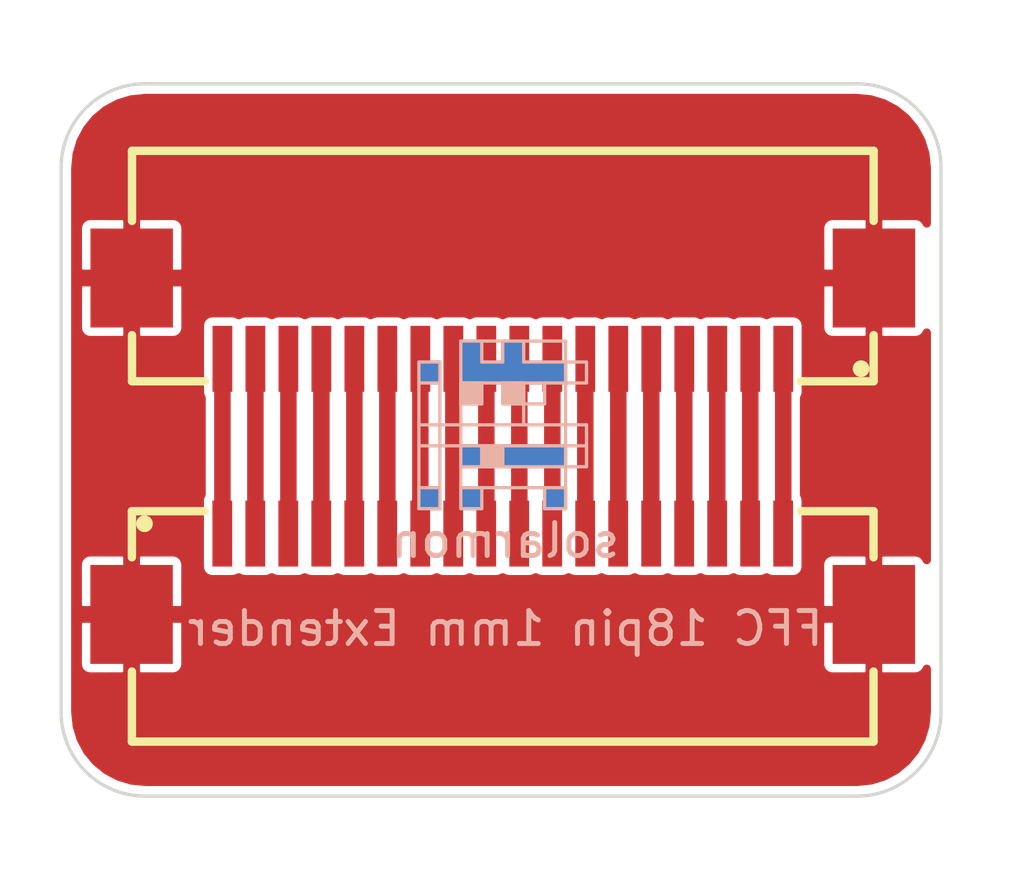
<source format=kicad_pcb>
(kicad_pcb (version 20211014) (generator pcbnew)
  (layers (0 "F.Cu" signal) (31 "B.Cu" signal) (34 "B.Paste" user) (35 "F.Paste" user) (36 "B.SilkS" user "B.Silkscreen") (37 "F.SilkS" user "F.Silkscreen") (38 "B.Mask" user) (39 "F.Mask" user) (44 "Edge.Cuts" user))
  (net 0 "")
  (net 1 "Net-(FFC1-Pad18)")
  (net 2 "Net-(FFC1-Pad17)")
  (net 3 "Net-(FFC1-Pad16)")
  (net 4 "Net-(FFC1-Pad15)")
  (net 5 "Net-(FFC1-Pad14)")
  (net 6 "Net-(FFC1-Pad13)")
  (net 7 "Net-(FFC1-Pad12)")
  (net 8 "Net-(FFC1-Pad11)")
  (net 9 "Net-(FFC1-Pad10)")
  (net 10 "Net-(FFC1-Pad9)")
  (net 11 "Net-(FFC1-Pad8)")
  (net 12 "Net-(FFC1-Pad7)")
  (net 13 "Net-(FFC1-Pad6)")
  (net 14 "Net-(FFC1-Pad5)")
  (net 15 "Net-(FFC1-Pad4)")
  (net 16 "Net-(FFC1-Pad3)")
  (net 17 "Net-(FFC1-Pad2)")
  (net 18 "Net-(FFC1-Pad1)")
  (net 19 "GND")
  (footprint "solarmon_library:FPC-SMD_X10B25U18T" (layer "F.Cu") (at 158.169 62.992)
    (fp_text reference "FFC1" hide)
    (fp_text value "FFC_18" hide)
    (fp_line (start 11.24 -4.226) (end 11.24 -6.35) (layer "F.SilkS") (width 0.254))
    (fp_line (start 11.24 0.635) (end 9.031 0.635) (layer "F.SilkS") (width 0.254))
    (fp_line (start 11.24 0.635) (end 11.24 -0.764) (layer "F.SilkS") (width 0.254))
    (fp_line (start 11.24 -6.35) (end -11.24 -6.35) (layer "F.SilkS") (width 0.254))
    (fp_line (start -11.24 0.635) (end -9.031 0.635) (layer "F.SilkS") (width 0.254))
    (fp_line (start -11.24 -0.764) (end -11.24 0.635) (layer "F.SilkS") (width 0.254))
    (fp_line (start -11.24 -6.35) (end -11.24 -4.226) (layer "F.SilkS") (width 0.254))
    (fp_circle (center 10.859 0.254) (end 10.732 0.254) (layer "F.SilkS") (width 0.254) (fill none))
    (pad "1" smd rect locked (at 8.5 -0.045 180) (size 0.6 2) (layers "F.Cu" "F.Paste" "F.Mask") (net 18 "Net-(FFC1-Pad1)"))
    (pad "2" smd rect locked (at 7.5 -0.045 180) (size 0.6 2) (layers "F.Cu" "F.Paste" "F.Mask") (net 17 "Net-(FFC1-Pad2)"))
    (pad "3" smd rect locked (at 6.5 -0.045 180) (size 0.6 2) (layers "F.Cu" "F.Paste" "F.Mask") (net 16 "Net-(FFC1-Pad3)"))
    (pad "4" smd rect locked (at 5.5 -0.045 180) (size 0.6 2) (layers "F.Cu" "F.Paste" "F.Mask") (net 15 "Net-(FFC1-Pad4)"))
    (pad "5" smd rect locked (at 4.5 -0.045 180) (size 0.6 2) (layers "F.Cu" "F.Paste" "F.Mask") (net 14 "Net-(FFC1-Pad5)"))
    (pad "6" smd rect locked (at 3.5 -0.045 180) (size 0.6 2) (layers "F.Cu" "F.Paste" "F.Mask") (net 13 "Net-(FFC1-Pad6)"))
    (pad "7" smd rect locked (at 2.5 -0.045 180) (size 0.6 2) (layers "F.Cu" "F.Paste" "F.Mask") (net 12 "Net-(FFC1-Pad7)"))
    (pad "8" smd rect locked (at 1.5 -0.045 180) (size 0.6 2) (layers "F.Cu" "F.Paste" "F.Mask") (net 11 "Net-(FFC1-Pad8)"))
    (pad "9" smd rect locked (at 0.5 -0.045 180) (size 0.6 2) (layers "F.Cu" "F.Paste" "F.Mask") (net 10 "Net-(FFC1-Pad9)"))
    (pad "10" smd rect locked (at -0.5 -0.045 180) (size 0.6 2) (layers "F.Cu" "F.Paste" "F.Mask") (net 9 "Net-(FFC1-Pad10)"))
    (pad "11" smd rect locked (at -1.5 -0.045 180) (size 0.6 2) (layers "F.Cu" "F.Paste" "F.Mask") (net 8 "Net-(FFC1-Pad11)"))
    (pad "12" smd rect locked (at -2.5 -0.045 180) (size 0.6 2) (layers "F.Cu" "F.Paste" "F.Mask") (net 7 "Net-(FFC1-Pad12)"))
    (pad "13" smd rect locked (at -3.5 -0.045 180) (size 0.6 2) (layers "F.Cu" "F.Paste" "F.Mask") (net 6 "Net-(FFC1-Pad13)"))
    (pad "14" smd rect locked (at -4.5 -0.045 180) (size 0.6 2) (layers "F.Cu" "F.Paste" "F.Mask") (net 5 "Net-(FFC1-Pad14)"))
    (pad "15" smd rect locked (at -5.5 -0.045 180) (size 0.6 2) (layers "F.Cu" "F.Paste" "F.Mask") (net 4 "Net-(FFC1-Pad15)"))
    (pad "16" smd rect locked (at -6.5 -0.045 180) (size 0.6 2) (layers "F.Cu" "F.Paste" "F.Mask") (net 3 "Net-(FFC1-Pad16)"))
    (pad "17" smd rect locked (at -7.5 -0.045 180) (size 0.6 2) (layers "F.Cu" "F.Paste" "F.Mask") (net 2 "Net-(FFC1-Pad17)"))
    (pad "18" smd rect locked (at -8.5 -0.045 180) (size 0.6 2) (layers "F.Cu" "F.Paste" "F.Mask") (net 1 "Net-(FFC1-Pad18)"))
    (pad "MP" smd rect locked (at -11.25 -2.495 180) (size 2.5 3) (layers "F.Cu" "F.Paste" "F.Mask") (net 19 "GND"))
    (pad "MP" smd rect locked (at 11.25 -2.495 180) (size 2.5 3) (layers "F.Cu" "F.Paste" "F.Mask") (net 19 "GND"))
  )
  (footprint "solarmon_library:FPC-SMD_X10B25U18T" (layer "F.Cu") (at 158.1658 68.199 180)
    (fp_text reference "FFC2" hide)
    (fp_text value "FFC_18" hide)
    (fp_line (start 11.24 0.635) (end 11.24 -0.764) (layer "F.SilkS") (width 0.254))
    (fp_line (start 11.24 -6.35) (end -11.24 -6.35) (layer "F.SilkS") (width 0.254))
    (fp_line (start -11.24 -6.35) (end -11.24 -4.226) (layer "F.SilkS") (width 0.254))
    (fp_line (start 11.24 0.635) (end 9.031 0.635) (layer "F.SilkS") (width 0.254))
    (fp_line (start 11.24 -4.226) (end 11.24 -6.35) (layer "F.SilkS") (width 0.254))
    (fp_line (start -11.24 0.635) (end -9.031 0.635) (layer "F.SilkS") (width 0.254))
    (fp_line (start -11.24 -0.764) (end -11.24 0.635) (layer "F.SilkS") (width 0.254))
    (fp_circle (center 10.859 0.254) (end 10.732 0.254) (layer "F.SilkS") (width 0.254) (fill none))
    (pad "1" smd rect locked (at 8.5 -0.045) (size 0.6 2) (layers "F.Cu" "F.Paste" "F.Mask") (net 1 "Net-(FFC1-Pad18)"))
    (pad "2" smd rect locked (at 7.5 -0.045) (size 0.6 2) (layers "F.Cu" "F.Paste" "F.Mask") (net 2 "Net-(FFC1-Pad17)"))
    (pad "3" smd rect locked (at 6.5 -0.045) (size 0.6 2) (layers "F.Cu" "F.Paste" "F.Mask") (net 3 "Net-(FFC1-Pad16)"))
    (pad "4" smd rect locked (at 5.5 -0.045) (size 0.6 2) (layers "F.Cu" "F.Paste" "F.Mask") (net 4 "Net-(FFC1-Pad15)"))
    (pad "5" smd rect locked (at 4.5 -0.045) (size 0.6 2) (layers "F.Cu" "F.Paste" "F.Mask") (net 5 "Net-(FFC1-Pad14)"))
    (pad "6" smd rect locked (at 3.5 -0.045) (size 0.6 2) (layers "F.Cu" "F.Paste" "F.Mask") (net 6 "Net-(FFC1-Pad13)"))
    (pad "7" smd rect locked (at 2.5 -0.045) (size 0.6 2) (layers "F.Cu" "F.Paste" "F.Mask") (net 7 "Net-(FFC1-Pad12)"))
    (pad "8" smd rect locked (at 1.5 -0.045) (size 0.6 2) (layers "F.Cu" "F.Paste" "F.Mask") (net 8 "Net-(FFC1-Pad11)"))
    (pad "9" smd rect locked (at 0.5 -0.045) (size 0.6 2) (layers "F.Cu" "F.Paste" "F.Mask") (net 9 "Net-(FFC1-Pad10)"))
    (pad "10" smd rect locked (at -0.5 -0.045) (size 0.6 2) (layers "F.Cu" "F.Paste" "F.Mask") (net 10 "Net-(FFC1-Pad9)"))
    (pad "11" smd rect locked (at -1.5 -0.045) (size 0.6 2) (layers "F.Cu" "F.Paste" "F.Mask") (net 11 "Net-(FFC1-Pad8)"))
    (pad "12" smd rect locked (at -2.5 -0.045) (size 0.6 2) (layers "F.Cu" "F.Paste" "F.Mask") (net 12 "Net-(FFC1-Pad7)"))
    (pad "13" smd rect locked (at -3.5 -0.045) (size 0.6 2) (layers "F.Cu" "F.Paste" "F.Mask") (net 13 "Net-(FFC1-Pad6)"))
    (pad "14" smd rect locked (at -4.5 -0.045) (size 0.6 2) (layers "F.Cu" "F.Paste" "F.Mask") (net 14 "Net-(FFC1-Pad5)"))
    (pad "15" smd rect locked (at -5.5 -0.045) (size 0.6 2) (layers "F.Cu" "F.Paste" "F.Mask") (net 15 "Net-(FFC1-Pad4)"))
    (pad "16" smd rect locked (at -6.5 -0.045) (size 0.6 2) (layers "F.Cu" "F.Paste" "F.Mask") (net 16 "Net-(FFC1-Pad3)"))
    (pad "17" smd rect locked (at -7.5 -0.045) (size 0.6 2) (layers "F.Cu" "F.Paste" "F.Mask") (net 17 "Net-(FFC1-Pad2)"))
    (pad "18" smd rect locked (at -8.5 -0.045) (size 0.6 2) (layers "F.Cu" "F.Paste" "F.Mask") (net 18 "Net-(FFC1-Pad1)"))
    (pad "MP" smd rect locked (at -11.25 -2.495) (size 2.5 3) (layers "F.Cu" "F.Paste" "F.Mask") (net 19 "GND"))
    (pad "MP" smd rect locked (at 11.25 -2.495) (size 2.5 3) (layers "F.Cu" "F.Paste" "F.Mask") (net 19 "GND"))
  )
  (footprint "solarmon_library:solarmon-logo-25mils" (layer "B.Cu") (at 158.1658 65.5828 180)
    (fp_text reference "solarmon1" hide)
    (fp_text value "solarmon_logo")
    (fp_poly (pts (xy 1.27 -1.905) (xy 0.635 -1.905) (xy 0.635 -1.27) (xy 1.27 -1.27)) (layer "B.Cu") (width 0.1) (fill solid))
    (fp_poly (pts (xy 0 2.54) (xy -0.635 2.54) (xy -0.635 3.175) (xy 0 3.175)) (layer "B.Cu") (width 0.1) (fill solid))
    (fp_poly (pts (xy -0.635 -0.635) (xy -1.27 -0.635) (xy -1.27 0) (xy -0.635 0)) (layer "B.Cu") (width 0.1) (fill solid))
    (fp_poly (pts (xy -1.27 -1.905) (xy -1.905 -1.905) (xy -1.905 -1.27) (xy -1.27 -1.27)) (layer "B.Cu") (width 0.1) (fill solid))
    (fp_poly (pts (xy 1.27 2.54) (xy 0.635 2.54) (xy 0.635 3.175) (xy 1.27 3.175)) (layer "B.Cu") (width 0.1) (fill solid))
    (fp_poly (pts (xy -0.635 1.905) (xy -1.27 1.905) (xy -1.27 2.54) (xy -0.635 2.54)) (layer "B.Cu") (width 0.1) (fill solid))
    (fp_poly (pts (xy 1.27 1.905) (xy 0.635 1.905) (xy 0.635 2.54) (xy 1.27 2.54)) (layer "B.Cu") (width 0.1) (fill solid))
    (fp_poly (pts (xy 0.635 1.905) (xy 0 1.905) (xy 0 2.54) (xy 0.635 2.54)) (layer "B.Cu") (width 0.1) (fill solid))
    (fp_poly (pts (xy 0 -0.635) (xy -0.635 -0.635) (xy -0.635 0) (xy 0 0)) (layer "B.Cu") (width 0.1) (fill solid))
    (fp_poly (pts (xy -1.27 -0.635) (xy -1.905 -0.635) (xy -1.905 0) (xy -1.27 0)) (layer "B.Cu") (width 0.1) (fill solid))
    (fp_poly (pts (xy 0 1.905) (xy -0.635 1.905) (xy -0.635 2.54) (xy 0 2.54)) (layer "B.Cu") (width 0.1) (fill solid))
    (fp_poly (pts (xy 1.27 -0.635) (xy 0.635 -0.635) (xy 0.635 0) (xy 1.27 0)) (layer "B.Cu") (width 0.1) (fill solid))
    (fp_poly (pts (xy 2.54 1.905) (xy 1.905 1.905) (xy 1.905 2.54) (xy 2.54 2.54)) (layer "B.Cu") (width 0.1) (fill solid))
    (fp_poly (pts (xy -1.27 1.905) (xy -1.905 1.905) (xy -1.905 2.54) (xy -1.27 2.54)) (layer "B.Cu") (width 0.1) (fill solid))
    (fp_poly (pts (xy 2.54 -1.905) (xy 1.905 -1.905) (xy 1.905 -1.27) (xy 2.54 -1.27)) (layer "B.Cu") (width 0.1) (fill solid))
    (fp_line (start 1.27 1.905) (end -2.54 1.905) (layer "B.SilkS") (width 0.1))
    (fp_line (start -1.905 3.175) (end -1.905 -1.905) (layer "B.SilkS") (width 0.1))
    (fp_line (start -1.27 1.905) (end -1.27 1.27) (layer "B.SilkS") (width 0.1))
    (fp_line (start 1.27 3.175) (end 1.27 -1.905) (layer "B.SilkS") (width 0.1))
    (fp_line (start -1.905 -1.905) (end -1.27 -1.905) (layer "B.SilkS") (width 0.1))
    (fp_line (start -0.635 3.175) (end -0.635 2.54) (layer "B.SilkS") (width 0.1))
    (fp_line (start -1.27 1.27) (end 0 1.27) (layer "B.SilkS") (width 0.1))
    (fp_line (start -0.635 1.905) (end -0.635 0.635) (layer "B.SilkS") (width 0.1))
    (fp_line (start 0 2.54) (end 0.635 2.54) (layer "B.SilkS") (width 0.1))
    (fp_line (start 1.905 1.905) (end 2.54 1.905) (layer "B.SilkS") (width 0.1))
    (fp_line (start 1.905 -1.27) (end 2.54 -1.27) (layer "B.SilkS") (width 0.1))
    (fp_line (start 0.635 -1.905) (end 1.27 -1.905) (layer "B.SilkS") (width 0.1))
    (fp_line (start -2.54 2.54) (end -0.635 2.54) (layer "B.SilkS") (width 0.1))
    (fp_line (start -1.905 -1.27) (end 1.27 -1.27) (layer "B.SilkS") (width 0.1))
    (fp_line (start 0 0) (end 0 -0.635) (layer "B.SilkS") (width 0.1))
    (fp_line (start 0 3.175) (end 0 2.54) (layer "B.SilkS") (width 0.1))
    (fp_line (start -1.905 3.175) (end 1.27 3.175) (layer "B.SilkS") (width 0.1))
    (fp_line (start 0.635 3.175) (end 0.635 2.54) (layer "B.SilkS") (width 0.1))
    (fp_line (start 0.635 1.27) (end 1.27 1.27) (layer "B.SilkS") (width 0.1))
    (fp_line (start 1.905 2.54) (end 2.54 2.54) (layer "B.SilkS") (width 0.1))
    (fp_line (start 0.635 -1.27) (end 0.635 -1.905) (layer "B.SilkS") (width 0.1))
    (fp_line (start 0 1.905) (end 0 1.27) (layer "B.SilkS") (width 0.1))
    (fp_line (start 0.635 0) (end 0.635 -0.635) (layer "B.SilkS") (width 0.1))
    (fp_line (start -2.54 0) (end 2.54 0) (layer "B.SilkS") (width 0.1))
    (fp_line (start 0.635 1.905) (end 0.635 1.27) (layer "B.SilkS") (width 0.1))
    (fp_line (start -2.54 -0.635) (end 1.27 -0.635) (layer "B.SilkS") (width 0.1))
    (fp_line (start 2.54 2.54) (end 2.54 -1.905) (layer "B.SilkS") (width 0.1))
    (fp_line (start -2.54 0.635) (end 2.54 0.635) (layer "B.SilkS") (width 0.1))
    (fp_line (start -2.54 -0.635) (end -2.54 0.635) (layer "B.SilkS") (width 0.1))
    (fp_line (start -2.54 1.905) (end -2.54 2.54) (layer "B.SilkS") (width 0.1))
    (fp_line (start -1.27 -1.27) (end -1.27 -1.905) (layer "B.SilkS") (width 0.1))
    (fp_line (start 1.905 2.54) (end 1.905 -1.905) (layer "B.SilkS") (width 0.1))
    (fp_line (start 1.905 -1.905) (end 2.54 -1.905) (layer "B.SilkS") (width 0.1))
    (fp_poly (pts (xy 1.27 1.27) (xy 0.635 1.27) (xy 0.635 1.905) (xy 1.27 1.905)) (layer "B.SilkS") (width 0.1) (fill solid))
    (fp_poly (pts (xy 0 1.27) (xy -0.635 1.27) (xy -0.635 1.905) (xy 0 1.905)) (layer "B.SilkS") (width 0.1) (fill solid))
    (fp_poly (pts (xy 0.635 -0.635) (xy 0 -0.635) (xy 0 0) (xy 0.635 0)) (layer "B.SilkS") (width 0.1) (fill solid))
  )
  (gr_line (start 144.78 73.66) (end 144.78 57.15) (layer "Edge.Cuts") (width 0.1))
  (gr_arc (start 168.91 54.61) (mid 170.706051 55.353949) (end 171.45 57.15) (layer "Edge.Cuts") (width 0.1))
  (gr_arc (start 171.45 73.66) (mid 170.706051 75.456051) (end 168.91 76.2) (layer "Edge.Cuts") (width 0.1))
  (gr_arc (start 147.32 76.2) (mid 145.523949 75.456051) (end 144.78 73.66) (layer "Edge.Cuts") (width 0.1))
  (gr_line (start 171.45 57.15) (end 171.45 73.66) (layer "Edge.Cuts") (width 0.1))
  (gr_arc (start 144.78 57.15) (mid 145.523949 55.353949) (end 147.32 54.61) (layer "Edge.Cuts") (width 0.1))
  (gr_line (start 147.32 54.61) (end 168.91 54.61) (layer "Edge.Cuts") (width 0.1))
  (gr_line (start 168.91 76.2) (end 147.32 76.2) (layer "Edge.Cuts") (width 0.1))
  (gr_text "FFC 18pin 1mm Extender" (at 158.242 71.12) (layer "B.SilkS") (effects (font (size 1 1)) (justify mirror)))
  (gr_text "solarmon" (at 158.242 68.453) (layer "B.SilkS") (effects (font (size 1 1)) (justify mirror)))
  (segment (start 149.669 68.2408) (end 149.6658 68.244) (width 0.5) (layer "F.Cu") (net 1))
  (segment (start 149.669 62.947) (end 149.669 68.2408) (width 0.5) (layer "F.Cu") (net 1))
  (segment (start 150.669 68.2408) (end 150.6658 68.244) (width 0.5) (layer "F.Cu") (net 2))
  (segment (start 150.669 62.947) (end 150.669 68.2408) (width 0.5) (layer "F.Cu") (net 2))
  (segment (start 151.669 62.947) (end 151.669 68.2408) (width 0.5) (layer "F.Cu") (net 3))
  (segment (start 151.669 68.2408) (end 151.6658 68.244) (width 0.5) (layer "F.Cu") (net 3))
  (segment (start 152.669 68.2408) (end 152.6658 68.244) (width 0.5) (layer "F.Cu") (net 4))
  (segment (start 152.669 62.947) (end 152.669 68.2408) (width 0.5) (layer "F.Cu") (net 4))
  (segment (start 153.669 68.2408) (end 153.6658 68.244) (width 0.5) (layer "F.Cu") (net 5))
  (segment (start 153.669 62.947) (end 153.669 68.2408) (width 0.5) (layer "F.Cu") (net 5))
  (segment (start 154.669 62.947) (end 154.669 68.2408) (width 0.5) (layer "F.Cu") (net 6))
  (segment (start 154.669 68.2408) (end 154.6658 68.244) (width 0.5) (layer "F.Cu") (net 6))
  (segment (start 155.669 62.947) (end 155.669 68.2408) (width 0.5) (layer "F.Cu") (net 7))
  (segment (start 155.669 68.2408) (end 155.6658 68.244) (width 0.5) (layer "F.Cu") (net 7))
  (segment (start 156.669 62.947) (end 156.669 68.2408) (width 0.5) (layer "F.Cu") (net 8))
  (segment (start 156.669 68.2408) (end 156.6658 68.244) (width 0.5) (layer "F.Cu") (net 8))
  (segment (start 157.669 68.2408) (end 157.6658 68.244) (width 0.5) (layer "F.Cu") (net 9))
  (segment (start 157.669 62.947) (end 157.669 68.2408) (width 0.5) (layer "F.Cu") (net 9))
  (segment (start 158.669 68.2408) (end 158.6658 68.244) (width 0.5) (layer "F.Cu") (net 10))
  (segment (start 158.669 62.947) (end 158.669 68.2408) (width 0.5) (layer "F.Cu") (net 10))
  (segment (start 159.669 68.2408) (end 159.6658 68.244) (width 0.5) (layer "F.Cu") (net 11))
  (segment (start 159.669 62.947) (end 159.669 68.2408) (width 0.5) (layer "F.Cu") (net 11))
  (segment (start 160.669 62.947) (end 160.669 68.2408) (width 0.5) (layer "F.Cu") (net 12))
  (segment (start 160.669 68.2408) (end 160.6658 68.244) (width 0.5) (layer "F.Cu") (net 12))
  (segment (start 161.669 68.2408) (end 161.6658 68.244) (width 0.5) (layer "F.Cu") (net 13))
  (segment (start 161.669 62.947) (end 161.669 68.2408) (width 0.5) (layer "F.Cu") (net 13))
  (segment (start 162.669 68.2408) (end 162.6658 68.244) (width 0.5) (layer "F.Cu") (net 14))
  (segment (start 162.669 62.947) (end 162.669 68.2408) (width 0.5) (layer "F.Cu") (net 14))
  (segment (start 163.669 62.947) (end 163.669 68.2408) (width 0.5) (layer "F.Cu") (net 15))
  (segment (start 163.669 68.2408) (end 163.6658 68.244) (width 0.5) (layer "F.Cu") (net 15))
  (segment (start 164.669 68.2408) (end 164.6658 68.244) (width 0.5) (layer "F.Cu") (net 16))
  (segment (start 164.669 62.947) (end 164.669 68.2408) (width 0.5) (layer "F.Cu") (net 16))
  (segment (start 165.669 68.2408) (end 165.6658 68.244) (width 0.5) (layer "F.Cu") (net 17))
  (segment (start 165.669 62.947) (end 165.669 68.2408) (width 0.5) (layer "F.Cu") (net 17))
  (segment (start 166.669 68.2408) (end 166.6658 68.244) (width 0.5) (layer "F.Cu") (net 18))
  (segment (start 166.669 62.947) (end 166.669 68.2408) (width 0.5) (layer "F.Cu") (net 18))
  (zone (net 19) (net_name "GND") (layer "F.Cu") (connect_pads (clearance 0.254)) (min_thickness 0.254) (fill yes (thermal_gap 0.254) (thermal_bridge_width 0.508) (smoothing fillet) (radius 0.5))
    (polygon (pts (xy 172.72 77.47) (xy 143.51 77.47) (xy 143.51 53.34) (xy 172.72 53.34)))
  )
)
</source>
